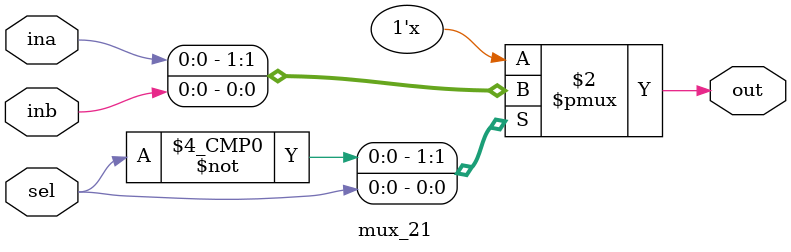
<source format=v>
`timescale 1ns/1ns
module mux_21(
input ina, inb,
input sel,
output reg out);

always @(*) begin
#3 case(sel)
1'b0: out = ina;
1'b1: out = inb;
endcase
end

endmodule

</source>
